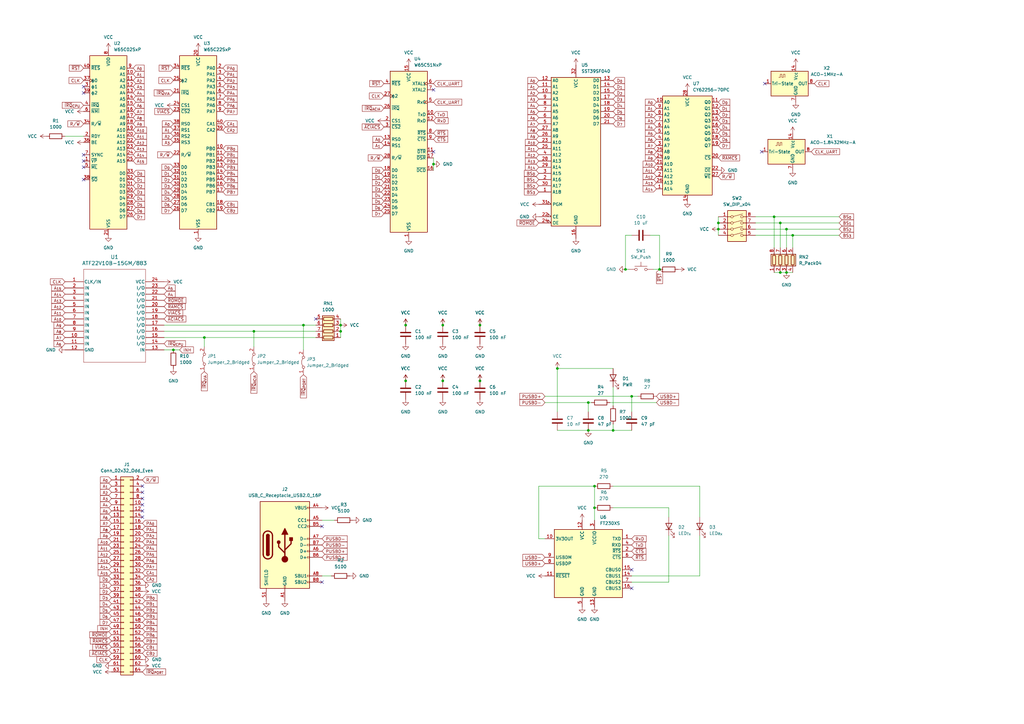
<source format=kicad_sch>
(kicad_sch (version 20230121) (generator eeschema)
  (paper "A3")
  (junction (at 104.14 135.89))
  (junction (at 320.04 111.76))
  (junction (at 139.7 133.35))
  (junction (at 241.3 165.1))
  (junction (at 294.64 91.44))
  (junction (at 317.5 88.9))
  (junction (at 71.12 143.51))
  (junction (at 251.46 176.53))
  (junction (at 196.85 156.21))
  (junction (at 196.85 133.35))
  (junction (at 228.6 151.13))
  (junction (at 294.64 93.98))
  (junction (at 177.8 67.31))
  (junction (at 322.58 93.98))
  (junction (at 124.46 133.35))
  (junction (at 320.04 91.44))
  (junction (at 139.7 135.89))
  (junction (at 270.51 110.49))
  (junction (at 241.3 176.53))
  (junction (at 322.58 111.76))
  (junction (at 243.84 208.28))
  (junction (at 166.37 156.21))
  (junction (at 181.61 156.21))
  (junction (at 83.82 138.43))
  (junction (at 256.54 110.49))
  (junction (at 243.84 199.39))
  (junction (at 166.37 133.35))
  (junction (at 259.08 162.56))
  (junction (at 325.12 96.52))
  (junction (at 181.61 133.35))
  (no_connect (at 58.42 212.09))
  (no_connect (at 129.54 130.81))
  (no_connect (at 132.08 238.76))
  (no_connect (at 34.29 68.58))
  (no_connect (at 259.08 233.68))
  (no_connect (at 259.08 241.3))
  (no_connect (at 58.42 204.47))
  (no_connect (at 177.8 62.23))
  (no_connect (at 313.69 34.29))
  (no_connect (at 58.42 199.39))
  (no_connect (at 34.29 35.56))
  (no_connect (at 58.42 207.01))
  (no_connect (at 312.42 62.23))
  (no_connect (at 58.42 209.55))
  (no_connect (at 177.8 36.83))
  (no_connect (at 58.42 201.93))
  (no_connect (at 34.29 73.66))
  (no_connect (at 34.29 38.1))
  (no_connect (at 34.29 63.5))
  (no_connect (at 132.08 215.9))
  (no_connect (at 34.29 66.04))
  (wire (pts (xy 322.58 93.98) (xy 344.17 93.98)))
  (wire (pts (xy 287.02 236.22) (xy 259.08 236.22)))
  (wire (pts (xy 294.64 93.98) (xy 294.64 96.52)))
  (wire (pts (xy 256.54 110.49) (xy 256.54 96.52)))
  (wire (pts (xy 317.5 111.76) (xy 320.04 111.76)))
  (wire (pts (xy 104.14 135.89) (xy 129.54 135.89)))
  (wire (pts (xy 228.6 176.53) (xy 241.3 176.53)))
  (wire (pts (xy 274.32 212.09) (xy 274.32 208.28)))
  (wire (pts (xy 322.58 93.98) (xy 322.58 101.6)))
  (wire (pts (xy 223.52 162.56) (xy 259.08 162.56)))
  (wire (pts (xy 259.08 162.56) (xy 259.08 168.91)))
  (wire (pts (xy 220.98 199.39) (xy 220.98 220.98)))
  (wire (pts (xy 259.08 162.56) (xy 261.62 162.56)))
  (wire (pts (xy 274.32 219.71) (xy 274.32 238.76)))
  (wire (pts (xy 317.5 88.9) (xy 344.17 88.9)))
  (wire (pts (xy 71.12 143.51) (xy 73.66 143.51)))
  (wire (pts (xy 251.46 176.53) (xy 259.08 176.53)))
  (wire (pts (xy 257.81 110.49) (xy 256.54 110.49)))
  (wire (pts (xy 241.3 165.1) (xy 242.57 165.1)))
  (wire (pts (xy 243.84 208.28) (xy 243.84 199.39)))
  (wire (pts (xy 320.04 91.44) (xy 344.17 91.44)))
  (wire (pts (xy 67.31 133.35) (xy 124.46 133.35)))
  (wire (pts (xy 67.31 138.43) (xy 83.82 138.43)))
  (wire (pts (xy 124.46 133.35) (xy 124.46 143.51)))
  (wire (pts (xy 317.5 88.9) (xy 317.5 101.6)))
  (wire (pts (xy 270.51 96.52) (xy 270.51 110.49)))
  (wire (pts (xy 67.31 135.89) (xy 104.14 135.89)))
  (wire (pts (xy 294.64 91.44) (xy 294.64 93.98)))
  (wire (pts (xy 228.6 151.13) (xy 228.6 168.91)))
  (wire (pts (xy 124.46 133.35) (xy 129.54 133.35)))
  (wire (pts (xy 294.64 88.9) (xy 294.64 91.44)))
  (wire (pts (xy 139.7 135.89) (xy 139.7 138.43)))
  (wire (pts (xy 320.04 91.44) (xy 320.04 101.6)))
  (wire (pts (xy 241.3 165.1) (xy 241.3 168.91)))
  (wire (pts (xy 251.46 199.39) (xy 287.02 199.39)))
  (wire (pts (xy 251.46 173.99) (xy 251.46 176.53)))
  (wire (pts (xy 67.31 143.51) (xy 71.12 143.51)))
  (wire (pts (xy 256.54 96.52) (xy 259.08 96.52)))
  (wire (pts (xy 309.88 88.9) (xy 317.5 88.9)))
  (wire (pts (xy 266.7 96.52) (xy 270.51 96.52)))
  (wire (pts (xy 309.88 96.52) (xy 325.12 96.52)))
  (wire (pts (xy 26.67 55.88) (xy 34.29 55.88)))
  (wire (pts (xy 228.6 151.13) (xy 251.46 151.13)))
  (wire (pts (xy 274.32 238.76) (xy 259.08 238.76)))
  (wire (pts (xy 287.02 199.39) (xy 287.02 212.09)))
  (wire (pts (xy 83.82 138.43) (xy 83.82 142.24)))
  (wire (pts (xy 139.7 133.35) (xy 139.7 135.89)))
  (wire (pts (xy 325.12 96.52) (xy 344.17 96.52)))
  (wire (pts (xy 241.3 176.53) (xy 251.46 176.53)))
  (wire (pts (xy 139.7 130.81) (xy 139.7 133.35)))
  (wire (pts (xy 250.19 165.1) (xy 269.24 165.1)))
  (wire (pts (xy 104.14 135.89) (xy 104.14 142.24)))
  (wire (pts (xy 243.84 213.36) (xy 243.84 208.28)))
  (wire (pts (xy 325.12 96.52) (xy 325.12 101.6)))
  (wire (pts (xy 287.02 219.71) (xy 287.02 236.22)))
  (wire (pts (xy 270.51 110.49) (xy 267.97 110.49)))
  (wire (pts (xy 132.08 236.22) (xy 135.89 236.22)))
  (wire (pts (xy 243.84 199.39) (xy 220.98 199.39)))
  (wire (pts (xy 220.98 220.98) (xy 223.52 220.98)))
  (wire (pts (xy 274.32 208.28) (xy 251.46 208.28)))
  (wire (pts (xy 251.46 158.75) (xy 251.46 166.37)))
  (wire (pts (xy 322.58 111.76) (xy 325.12 111.76)))
  (wire (pts (xy 320.04 111.76) (xy 322.58 111.76)))
  (wire (pts (xy 309.88 91.44) (xy 320.04 91.44)))
  (wire (pts (xy 83.82 138.43) (xy 129.54 138.43)))
  (wire (pts (xy 177.8 67.31) (xy 177.8 69.85)))
  (wire (pts (xy 223.52 165.1) (xy 241.3 165.1)))
  (wire (pts (xy 132.08 213.36) (xy 137.16 213.36)))
  (wire (pts (xy 177.8 64.77) (xy 177.8 67.31)))
  (wire (pts (xy 309.88 93.98) (xy 322.58 93.98)))
  (global_label "CLK" (shape input) (at 334.01 34.29 0) (property "Intersheetrefs" "${INTERSHEET_REFS}" (effects hide)))
  (global_label "D_{1}" (shape input) (at 157.48 72.39 180) (property "Intersheetrefs" "${INTERSHEET_REFS}" (effects hide)))
  (global_label "PA_{6}" (shape input) (at 91.44 43.18 0) (property "Intersheetrefs" "${INTERSHEET_REFS}" (effects hide)))
  (global_label "CB_{2}" (shape input) (at 91.44 86.36 0) (property "Intersheetrefs" "${INTERSHEET_REFS}" (effects hide)))
  (global_label "A_{13}" (shape input) (at 54.61 60.96 0) (property "Intersheetrefs" "${INTERSHEET_REFS}" (effects hide)))
  (global_label "D_{7}" (shape input) (at 157.48 87.63 180) (property "Intersheetrefs" "${INTERSHEET_REFS}" (effects hide)))
  (global_label "A_{13}" (shape input) (at 26.67 123.19 180) (property "Intersheetrefs" "${INTERSHEET_REFS}" (effects hide)))
  (global_label "A_{1}" (shape input) (at 54.61 30.48 0) (property "Intersheetrefs" "${INTERSHEET_REFS}" (effects hide)))
  (global_label "A_{4}" (shape input) (at 269.24 52.07 180) (property "Intersheetrefs" "${INTERSHEET_REFS}" (effects hide)))
  (global_label "A_{13}" (shape input) (at 220.98 66.04 180) (property "Intersheetrefs" "${INTERSHEET_REFS}" (effects hide)))
  (global_label "PA_{7}" (shape input) (at 58.42 232.41 0) (property "Intersheetrefs" "${INTERSHEET_REFS}" (effects hide)))
  (global_label "A_{11}" (shape input) (at 220.98 60.96 180) (property "Intersheetrefs" "${INTERSHEET_REFS}" (effects hide)))
  (global_label "D_{2}" (shape input) (at 45.72 242.57 180) (property "Intersheetrefs" "${INTERSHEET_REFS}" (effects hide)))
  (global_label "PB_{0}" (shape input) (at 91.44 60.96 0) (property "Intersheetrefs" "${INTERSHEET_REFS}" (effects hide)))
  (global_label "PB_{7}" (shape input) (at 91.44 78.74 0) (property "Intersheetrefs" "${INTERSHEET_REFS}" (effects hide)))
  (global_label "D_{7}" (shape input) (at 54.61 88.9 0) (property "Intersheetrefs" "${INTERSHEET_REFS}" (effects hide)))
  (global_label "A_{1}" (shape input) (at 269.24 44.45 180) (property "Intersheetrefs" "${INTERSHEET_REFS}" (effects hide)))
  (global_label "PA_{6}" (shape input) (at 58.42 229.87 0) (property "Intersheetrefs" "${INTERSHEET_REFS}" (effects hide)))
  (global_label "A_{5}" (shape input) (at 269.24 54.61 180) (property "Intersheetrefs" "${INTERSHEET_REFS}" (effects hide)))
  (global_label "~{RST}" (shape input) (at 270.51 110.49 270) (property "Intersheetrefs" "${INTERSHEET_REFS}" (effects hide)))
  (global_label "PUSBD+" (shape input) (at 223.52 162.56 180) (property "Intersheetrefs" "${INTERSHEET_REFS}" (effects hide)))
  (global_label "A_{1}" (shape input) (at 45.72 199.39 180) (property "Intersheetrefs" "${INTERSHEET_REFS}" (effects hide)))
  (global_label "D_{6}" (shape input) (at 251.46 48.26 0) (property "Intersheetrefs" "${INTERSHEET_REFS}" (effects hide)))
  (global_label "A_{11}" (shape input) (at 45.72 224.79 180) (property "Intersheetrefs" "${INTERSHEET_REFS}" (effects hide)))
  (global_label "PB_{0}" (shape input) (at 58.42 245.11 0) (property "Intersheetrefs" "${INTERSHEET_REFS}" (effects hide)))
  (global_label "D_{3}" (shape input) (at 71.12 76.2 180) (property "Intersheetrefs" "${INTERSHEET_REFS}" (effects hide)))
  (global_label "~{RAMCS}" (shape input) (at 67.31 125.73 0) (property "Intersheetrefs" "${INTERSHEET_REFS}" (effects hide)))
  (global_label "D_{0}" (shape input) (at 45.72 237.49 180) (property "Intersheetrefs" "${INTERSHEET_REFS}" (effects hide)))
  (global_label "A_{7}" (shape input) (at 54.61 45.72 0) (property "Intersheetrefs" "${INTERSHEET_REFS}" (effects hide)))
  (global_label "CLK" (shape input) (at 26.67 115.57 180) (property "Intersheetrefs" "${INTERSHEET_REFS}" (effects hide)))
  (global_label "D_{0}" (shape input) (at 251.46 33.02 0) (property "Intersheetrefs" "${INTERSHEET_REFS}" (effects hide)))
  (global_label "A_{15}" (shape input) (at 45.72 234.95 180) (property "Intersheetrefs" "${INTERSHEET_REFS}" (effects hide)))
  (global_label "CA_{1}" (shape input) (at 58.42 234.95 0) (property "Intersheetrefs" "${INTERSHEET_REFS}" (effects hide)))
  (global_label "D_{3}" (shape input) (at 45.72 245.11 180) (property "Intersheetrefs" "${INTERSHEET_REFS}" (effects hide)))
  (global_label "D_{5}" (shape input) (at 45.72 250.19 180) (property "Intersheetrefs" "${INTERSHEET_REFS}" (effects hide)))
  (global_label "D_{2}" (shape input) (at 251.46 38.1 0) (property "Intersheetrefs" "${INTERSHEET_REFS}" (effects hide)))
  (global_label "R{slash}~{W}" (shape input) (at 58.42 196.85 0) (property "Intersheetrefs" "${INTERSHEET_REFS}" (effects hide)))
  (global_label "A_{14}" (shape input) (at 220.98 68.58 180) (property "Intersheetrefs" "${INTERSHEET_REFS}" (effects hide)))
  (global_label "~{ROMOE}" (shape input) (at 67.31 123.19 0) (property "Intersheetrefs" "${INTERSHEET_REFS}" (effects hide)))
  (global_label "A_{14}" (shape input) (at 269.24 77.47 180) (property "Intersheetrefs" "${INTERSHEET_REFS}" (effects hide)))
  (global_label "D_{5}" (shape input) (at 157.48 82.55 180) (property "Intersheetrefs" "${INTERSHEET_REFS}" (effects hide)))
  (global_label "CA_{2}" (shape input) (at 91.44 53.34 0) (property "Intersheetrefs" "${INTERSHEET_REFS}" (effects hide)))
  (global_label "~{IRQ}_{PORT}" (shape input) (at 58.42 275.59 0) (property "Intersheetrefs" "${INTERSHEET_REFS}" (effects hide)))
  (global_label "D_{3}" (shape input) (at 157.48 77.47 180) (property "Intersheetrefs" "${INTERSHEET_REFS}" (effects hide)))
  (global_label "~{RST}" (shape input) (at 71.12 27.94 180) (property "Intersheetrefs" "${INTERSHEET_REFS}" (effects hide)))
  (global_label "A_{6}" (shape input) (at 26.67 140.97 180) (property "Intersheetrefs" "${INTERSHEET_REFS}" (effects hide)))
  (global_label "A_{5}" (shape input) (at 54.61 40.64 0) (property "Intersheetrefs" "${INTERSHEET_REFS}" (effects hide)))
  (global_label "D_{3}" (shape input) (at 251.46 40.64 0) (property "Intersheetrefs" "${INTERSHEET_REFS}" (effects hide)))
  (global_label "A_{9}" (shape input) (at 26.67 133.35 180) (property "Intersheetrefs" "${INTERSHEET_REFS}" (effects hide)))
  (global_label "~{IRQ}_{ACIA}" (shape input) (at 104.14 152.4 270) (property "Intersheetrefs" "${INTERSHEET_REFS}" (effects hide)))
  (global_label "~{VIACS}" (shape input) (at 67.31 128.27 0) (property "Intersheetrefs" "${INTERSHEET_REFS}" (effects hide)))
  (global_label "PB_{1}" (shape input) (at 91.44 63.5 0) (property "Intersheetrefs" "${INTERSHEET_REFS}" (effects hide)))
  (global_label "~{IRQ}_{CPU}" (shape input) (at 67.31 140.97 0) (property "Intersheetrefs" "${INTERSHEET_REFS}" (effects hide)))
  (global_label "A_{12}" (shape input) (at 269.24 72.39 180) (property "Intersheetrefs" "${INTERSHEET_REFS}" (effects hide)))
  (global_label "~{VIACS}" (shape input) (at 45.72 265.43 180) (property "Intersheetrefs" "${INTERSHEET_REFS}" (effects hide)))
  (global_label "~{RTS}" (shape input) (at 177.8 54.61 0) (property "Intersheetrefs" "${INTERSHEET_REFS}" (effects hide)))
  (global_label "PA_{7}" (shape input) (at 91.44 45.72 0) (property "Intersheetrefs" "${INTERSHEET_REFS}" (effects hide)))
  (global_label "D_{0}" (shape input) (at 157.48 69.85 180) (property "Intersheetrefs" "${INTERSHEET_REFS}" (effects hide)))
  (global_label "BS_{0}" (shape input) (at 220.98 71.12 180) (property "Intersheetrefs" "${INTERSHEET_REFS}" (effects hide)))
  (global_label "D_{4}" (shape input) (at 54.61 81.28 0) (property "Intersheetrefs" "${INTERSHEET_REFS}" (effects hide)))
  (global_label "D_{1}" (shape input) (at 294.64 44.45 0) (property "Intersheetrefs" "${INTERSHEET_REFS}" (effects hide)))
  (global_label "INH" (shape input) (at 45.72 257.81 180) (property "Intersheetrefs" "${INTERSHEET_REFS}" (effects hide)))
  (global_label "PA_{4}" (shape input) (at 91.44 38.1 0) (property "Intersheetrefs" "${INTERSHEET_REFS}" (effects hide)))
  (global_label "A_{6}" (shape input) (at 269.24 57.15 180) (property "Intersheetrefs" "${INTERSHEET_REFS}" (effects hide)))
  (global_label "USBD+" (shape input) (at 223.52 231.14 180) (property "Intersheetrefs" "${INTERSHEET_REFS}" (effects hide)))
  (global_label "TxD" (shape input) (at 259.08 223.52 0) (property "Intersheetrefs" "${INTERSHEET_REFS}" (effects hide)))
  (global_label "A_{5}" (shape input) (at 67.31 118.11 0) (property "Intersheetrefs" "${INTERSHEET_REFS}" (effects hide)))
  (global_label "~{IRQ}_{VIA}" (shape input) (at 83.82 152.4 270) (property "Intersheetrefs" "${INTERSHEET_REFS}" (effects hide)))
  (global_label "PB_{4}" (shape input) (at 91.44 71.12 0) (property "Intersheetrefs" "${INTERSHEET_REFS}" (effects hide)))
  (global_label "CB_{1}" (shape input) (at 91.44 83.82 0) (property "Intersheetrefs" "${INTERSHEET_REFS}" (effects hide)))
  (global_label "A_{3}" (shape input) (at 269.24 49.53 180) (property "Intersheetrefs" "${INTERSHEET_REFS}" (effects hide)))
  (global_label "A_{3}" (shape input) (at 45.72 204.47 180) (property "Intersheetrefs" "${INTERSHEET_REFS}" (effects hide)))
  (global_label "D_{5}" (shape input) (at 294.64 54.61 0) (property "Intersheetrefs" "${INTERSHEET_REFS}" (effects hide)))
  (global_label "A_{7}" (shape input) (at 220.98 50.8 180) (property "Intersheetrefs" "${INTERSHEET_REFS}" (effects hide)))
  (global_label "D_{6}" (shape input) (at 45.72 252.73 180) (property "Intersheetrefs" "${INTERSHEET_REFS}" (effects hide)))
  (global_label "PA_{0}" (shape input) (at 58.42 214.63 0) (property "Intersheetrefs" "${INTERSHEET_REFS}" (effects hide)))
  (global_label "A_{7}" (shape input) (at 26.67 138.43 180) (property "Intersheetrefs" "${INTERSHEET_REFS}" (effects hide)))
  (global_label "PB_{5}" (shape input) (at 91.44 73.66 0) (property "Intersheetrefs" "${INTERSHEET_REFS}" (effects hide)))
  (global_label "A_{4}" (shape input) (at 54.61 38.1 0) (property "Intersheetrefs" "${INTERSHEET_REFS}" (effects hide)))
  (global_label "A_{6}" (shape input) (at 220.98 48.26 180) (property "Intersheetrefs" "${INTERSHEET_REFS}" (effects hide)))
  (global_label "RxD" (shape input) (at 259.08 220.98 0) (property "Intersheetrefs" "${INTERSHEET_REFS}" (effects hide)))
  (global_label "A_{2}" (shape input) (at 45.72 201.93 180) (property "Intersheetrefs" "${INTERSHEET_REFS}" (effects hide)))
  (global_label "D_{5}" (shape input) (at 71.12 81.28 180) (property "Intersheetrefs" "${INTERSHEET_REFS}" (effects hide)))
  (global_label "R{slash}~{W}" (shape input) (at 157.48 64.77 180) (property "Intersheetrefs" "${INTERSHEET_REFS}" (effects hide)))
  (global_label "A_{10}" (shape input) (at 269.24 67.31 180) (property "Intersheetrefs" "${INTERSHEET_REFS}" (effects hide)))
  (global_label "A_{15}" (shape input) (at 26.67 118.11 180) (property "Intersheetrefs" "${INTERSHEET_REFS}" (effects hide)))
  (global_label "A_{0}" (shape input) (at 220.98 33.02 180) (property "Intersheetrefs" "${INTERSHEET_REFS}" (effects hide)))
  (global_label "~{VIACS}" (shape input) (at 71.12 45.72 180) (property "Intersheetrefs" "${INTERSHEET_REFS}" (effects hide)))
  (global_label "A_{0}" (shape input) (at 157.48 57.15 180) (property "Intersheetrefs" "${INTERSHEET_REFS}" (effects hide)))
  (global_label "CLK_UART" (shape input) (at 177.8 41.91 0) (property "Intersheetrefs" "${INTERSHEET_REFS}" (effects hide)))
  (global_label "PA_{0}" (shape input) (at 91.44 27.94 0) (property "Intersheetrefs" "${INTERSHEET_REFS}" (effects hide)))
  (global_label "A_{13}" (shape input) (at 45.72 229.87 180) (property "Intersheetrefs" "${INTERSHEET_REFS}" (effects hide)))
  (global_label "D_{7}" (shape input) (at 71.12 86.36 180) (property "Intersheetrefs" "${INTERSHEET_REFS}" (effects hide)))
  (global_label "D_{4}" (shape input) (at 71.12 78.74 180) (property "Intersheetrefs" "${INTERSHEET_REFS}" (effects hide)))
  (global_label "BS_{1}" (shape input) (at 220.98 73.66 180) (property "Intersheetrefs" "${INTERSHEET_REFS}" (effects hide)))
  (global_label "CA_{1}" (shape input) (at 91.44 50.8 0) (property "Intersheetrefs" "${INTERSHEET_REFS}" (effects hide)))
  (global_label "PB_{6}" (shape input) (at 91.44 76.2 0) (property "Intersheetrefs" "${INTERSHEET_REFS}" (effects hide)))
  (global_label "~{IRQ}_{PORT}" (shape input) (at 124.46 153.67 270) (property "Intersheetrefs" "${INTERSHEET_REFS}" (effects hide)))
  (global_label "A_{8}" (shape input) (at 220.98 53.34 180) (property "Intersheetrefs" "${INTERSHEET_REFS}" (effects hide)))
  (global_label "A_{8}" (shape input) (at 269.24 62.23 180) (property "Intersheetrefs" "${INTERSHEET_REFS}" (effects hide)))
  (global_label "A_{1}" (shape input) (at 71.12 53.34 180) (property "Intersheetrefs" "${INTERSHEET_REFS}" (effects hide)))
  (global_label "D_{1}" (shape input) (at 54.61 73.66 0) (property "Intersheetrefs" "${INTERSHEET_REFS}" (effects hide)))
  (global_label "BS_{3}" (shape input) (at 344.17 96.52 0) (property "Intersheetrefs" "${INTERSHEET_REFS}" (effects hide)))
  (global_label "PUSBD+" (shape input) (at 132.08 228.6 0) (property "Intersheetrefs" "${INTERSHEET_REFS}" (effects hide)))
  (global_label "A_{10}" (shape input) (at 220.98 58.42 180) (property "Intersheetrefs" "${INTERSHEET_REFS}" (effects hide)))
  (global_label "D_{4}" (shape input) (at 294.64 52.07 0) (property "Intersheetrefs" "${INTERSHEET_REFS}" (effects hide)))
  (global_label "D_{0}" (shape input) (at 71.12 68.58 180) (property "Intersheetrefs" "${INTERSHEET_REFS}" (effects hide)))
  (global_label "A_{9}" (shape input) (at 45.72 219.71 180) (property "Intersheetrefs" "${INTERSHEET_REFS}" (effects hide)))
  (global_label "~{ACIACS}" (shape input) (at 45.72 267.97 180) (property "Intersheetrefs" "${INTERSHEET_REFS}" (effects hide)))
  (global_label "BS_{0}" (shape input) (at 344.17 88.9 0) (property "Intersheetrefs" "${INTERSHEET_REFS}" (effects hide)))
  (global_label "A_{1}" (shape input) (at 220.98 35.56 180) (property "Intersheetrefs" "${INTERSHEET_REFS}" (effects hide)))
  (global_label "A_{12}" (shape input) (at 45.72 227.33 180) (property "Intersheetrefs" "${INTERSHEET_REFS}" (effects hide)))
  (global_label "A_{10}" (shape input) (at 54.61 53.34 0) (property "Intersheetrefs" "${INTERSHEET_REFS}" (effects hide)))
  (global_label "PA_{3}" (shape input) (at 91.44 35.56 0) (property "Intersheetrefs" "${INTERSHEET_REFS}" (effects hide)))
  (global_label "PA_{2}" (shape input) (at 91.44 33.02 0) (property "Intersheetrefs" "${INTERSHEET_REFS}" (effects hide)))
  (global_label "D_{4}" (shape input) (at 45.72 247.65 180) (property "Intersheetrefs" "${INTERSHEET_REFS}" (effects hide)))
  (global_label "A_{13}" (shape input) (at 269.24 74.93 180) (property "Intersheetrefs" "${INTERSHEET_REFS}" (effects hide)))
  (global_label "A_{11}" (shape input) (at 54.61 55.88 0) (property "Intersheetrefs" "${INTERSHEET_REFS}" (effects hide)))
  (global_label "PA_{1}" (shape input) (at 58.42 217.17 0) (property "Intersheetrefs" "${INTERSHEET_REFS}" (effects hide)))
  (global_label "CB_{1}" (shape input) (at 58.42 265.43 0) (property "Intersheetrefs" "${INTERSHEET_REFS}" (effects hide)))
  (global_label "~{CTS}" (shape input) (at 177.8 57.15 0) (property "Intersheetrefs" "${INTERSHEET_REFS}" (effects hide)))
  (global_label "PA_{2}" (shape input) (at 58.42 219.71 0) (property "Intersheetrefs" "${INTERSHEET_REFS}" (effects hide)))
  (global_label "~{IRQ}_{ACIA}" (shape input) (at 157.48 44.45 180) (property "Intersheetrefs" "${INTERSHEET_REFS}" (effects hide)))
  (global_label "PA_{1}" (shape input) (at 91.44 30.48 0) (property "Intersheetrefs" "${INTERSHEET_REFS}" (effects hide)))
  (global_label "A_{4}" (shape input) (at 67.31 120.65 0) (property "Intersheetrefs" "${INTERSHEET_REFS}" (effects hide)))
  (global_label "CB_{2}" (shape input) (at 58.42 267.97 0) (property "Intersheetrefs" "${INTERSHEET_REFS}" (effects hide)))
  (global_label "PB_{1}" (shape input) (at 58.42 247.65 0) (property "Intersheetrefs" "${INTERSHEET_REFS}" (effects hide)))
  (global_label "PA_{5}" (shape input) (at 58.42 227.33 0) (property "Intersheetrefs" "${INTERSHEET_REFS}" (effects hide)))
  (global_label "PUSBD-" (shape input) (at 132.08 220.98 0) (property "Intersheetrefs" "${INTERSHEET_REFS}" (effects hide)))
  (global_label "CLK" (shape input) (at 34.29 33.02 180) (property "Intersheetrefs" "${INTERSHEET_REFS}" (effects hide)))
  (global_label "A_{2}" (shape input) (at 269.24 46.99 180) (property "Intersheetrefs" "${INTERSHEET_REFS}" (effects hide)))
  (global_label "A_{6}" (shape input) (at 54.61 43.18 0) (property "Intersheetrefs" "${INTERSHEET_REFS}" (effects hide)))
  (global_label "~{ACIACS}" (shape input) (at 67.31 130.81 0) (property "Intersheetrefs" "${INTERSHEET_REFS}" (effects hide)))
  (global_label "~{IRQ}_{VIA}" (shape input) (at 71.12 38.1 180) (property "Intersheetrefs" "${INTERSHEET_REFS}" (effects hide)))
  (global_label "A_{6}" (shape input) (at 45.72 212.09 180) (property "Intersheetrefs" "${INTERSHEET_REFS}" (effects hide)))
  (global_label "A_{5}" (shape input) (at 220.98 45.72 180) (property "Intersheetrefs" "${INTERSHEET_REFS}" (effects hide)))
  (global_label "A_{11}" (shape input) (at 269.24 69.85 180) (property "Intersheetrefs" "${INTERSHEET_REFS}" (effects hide)))
  (global_label "A_{14}" (shape input) (at 54.61 63.5 0) (property "Intersheetrefs" "${INTERSHEET_REFS}" (effects hide)))
  (global_label "PB_{6}" (shape input) (at 58.42 260.35 0) (property "Intersheetrefs" "${INTERSHEET_REFS}" (effects hide)))
  (global_label "D_{5}" (shape input) (at 54.61 83.82 0) (property "Intersheetrefs" "${INTERSHEET_REFS}" (effects hide)))
  (global_label "A_{11}" (shape input) (at 26.67 128.27 180) (property "Intersheetrefs" "${INTERSHEET_REFS}" (effects hide)))
  (global_label "A_{2}" (shape input) (at 71.12 55.88 180) (property "Intersheetrefs" "${INTERSHEET_REFS}" (effects hide)))
  (global_label "A_{0}" (shape input) (at 269.24 41.91 180) (property "Intersheetrefs" "${INTERSHEET_REFS}" (effects hide)))
  (global_label "A_{3}" (shape input) (at 54.61 35.56 0) (property "Intersheetrefs" "${INTERSHEET_REFS}" (effects hide)))
  (global_label "PA_{5}" (shape input) (at 91.44 40.64 0) (property "Intersheetrefs" "${INTERSHEET_REFS}" (effects hide)))
  (global_label "~{ROMOE}" (shape input) (at 220.98 91.44 180) (property "Intersheetrefs" "${INTERSHEET_REFS}" (effects hide)))
  (global_label "PB_{3}" (shape input) (at 58.42 252.73 0) (property "Intersheetrefs" "${INTERSHEET_REFS}" (effects hide)))
  (global_label "D_{0}" (shape input) (at 54.61 71.12 0) (property "Intersheetrefs" "${INTERSHEET_REFS}" (effects hide)))
  (global_label "USBD-" (shape input) (at 269.24 165.1 0) (property "Intersheetrefs" "${INTERSHEET_REFS}" (effects hide)))
  (global_label "D_{2}" (shape input) (at 54.61 76.2 0) (property "Intersheetrefs" "${INTERSHEET_REFS}" (effects hide)))
  (global_label "D_{7}" (shape input) (at 45.72 255.27 180) (property "Intersheetrefs" "${INTERSHEET_REFS}" (effects hide)))
  (global_label "A_{8}" (shape input) (at 45.72 217.17 180) (property "Intersheetrefs" "${INTERSHEET_REFS}" (effects hide)))
  (global_label "A_{15}" (shape input) (at 54.61 66.04 0) (property "Intersheetrefs" "${INTERSHEET_REFS}" (effects hide)))
  (global_label "RxD" (shape input) (at 177.8 49.53 0) (property "Intersheetrefs" "${INTERSHEET_REFS}" (effects hide)))
  (global_label "D_{0}" (shape input) (at 294.64 41.91 0) (property "Intersheetrefs" "${INTERSHEET_REFS}" (effects hide)))
  (global_label "D_{6}" (shape input) (at 71.12 83.82 180) (property "Intersheetrefs" "${INTERSHEET_REFS}" (effects hide)))
  (global_label "~{RAMCS}" (shape input) (at 294.64 64.77 0) (property "Intersheetrefs" "${INTERSHEET_REFS}" (effects hide)))
  (global_label "CLK_UART" (shape input) (at 332.74 62.23 0) (property "Intersheetrefs" "${INTERSHEET_REFS}" (effects hide)))
  (global_label "D_{3}" (shape input) (at 294.64 49.53 0) (property "Intersheetrefs" "${INTERSHEET_REFS}" (effects hide)))
  (global_label "PUSBD+" (shape input) (at 132.08 226.06 0) (property "Intersheetrefs" "${INTERSHEET_REFS}" (effects hide)))
  (global_label "PUSBD-" (shape input) (at 132.08 223.52 0) (property "Intersheetrefs" "${INTERSHEET_REFS}" (effects hide)))
  (global_label "USBD+" (shape input) (at 269.24 162.56 0) (property "Intersheetrefs" "${INTERSHEET_REFS}" (effects hide)))
  (global_label "~{RST}" (shape input) (at 157.48 34.29 180) (property "Intersheetrefs" "${INTERSHEET_REFS}" (effects hide)))
  (global_label "A_{8}" (shape input) (at 54.61 48.26 0) (property "Intersheetrefs" "${INTERSHEET_REFS}" (effects hide)))
  (global_label "A_{9}" (shape input) (at 269.24 64.77 180) (property "Intersheetrefs" "${INTERSHEET_REFS}" (effects hide)))
  (global_label "A_{5}" (shape input) (at 45.72 209.55 180) (property "Intersheetrefs" "${INTERSHEET_REFS}" (effects hide)))
  (global_label "D_{2}" (shape input) (at 294.64 46.99 0) (property "Intersheetrefs" "${INTERSHEET_REFS}" (effects hide)))
  (global_label "BS_{1}" (shape input) (at 344.17 91.44 0) (property "Intersheetrefs" "${INTERSHEET_REFS}" (effects hide)))
  (global_label "A_{2}" (shape input) (at 54.61 33.02 0) (property "Intersheetrefs" "${INTERSHEET_REFS}" (effects hide)))
  (global_label "A_{0}" (shape input) (at 45.72 196.85 180) (property "Intersheetrefs" "${INTERSHEET_REFS}" (effects hide)))
  (global_label "A_{7}" (shape input) (at 45.72 214.63 180) (property "Intersheetrefs" "${INTERSHEET_REFS}" (effects hide)))
  (global_label "R{slash}~{W}" (shape input) (at 71.12 63.5 180) (property "Intersheetrefs" "${INTERSHEET_REFS}" (effects hide)))
  (global_label "A_{4}" (shape input) (at 45.72 207.01 180) (property "Intersheetrefs" "${INTERSHEET_REFS}" (effects hide)))
  (global_label "CLK" (shape input) (at 45.72 270.51 180) (property "Intersheetrefs" "${INTERSHEET_REFS}" (effects hide)))
  (global_label "A_{3}" (shape input) (at 220.98 40.64 180) (property "Intersheetrefs" "${INTERSHEET_REFS}" (effects hide)))
  (global_label "D_{2}" (shape input) (at 157.48 74.93 180) (property "Intersheetrefs" "${INTERSHEET_REFS}" (effects hide)))
  (global_label "D_{3}" (shape input) (at 54.61 78.74 0) (property "Intersheetrefs" "${INTERSHEET_REFS}" (effects hide)))
  (global_label "PB_{4}" (shape input) (at 58.42 255.27 0) (property "Intersheetrefs" "${INTERSHEET_REFS}" (effects hide)))
  (global_label "A_{0}" (shape input) (at 71.12 50.8 180) (property "Intersheetrefs" "${INTERSHEET_REFS}" (effects hide)))
  (global_label "D_{2}" (shape input) (at 71.12 73.66 180) (property "Intersheetrefs" "${INTERSHEET_REFS}" (effects hide)))
  (global_label "PA_{3}" (shape input) (at 58.42 222.25 0) (property "Intersheetrefs" "${INTERSHEET_REFS}" (effects hide)))
  (global_label "D_{4}" (shape input) (at 157.48 80.01 180) (property "Intersheetrefs" "${INTERSHEET_REFS}" (effects hide)))
  (global_label "A_{9}" (shape input) (at 220.98 55.88 180) (property "Intersheetrefs" "${INTERSHEET_REFS}" (effects hide)))
  (global_label "A_{14}" (shape input) (at 26.67 120.65 180) (property "Intersheetrefs" "${INTERSHEET_REFS}" (effects hide)))
  (global_label "A_{14}" (shape input) (at 45.72 232.41 180) (property "Intersheetrefs" "${INTERSHEET_REFS}" (effects hide)))
  (global_label "A_{12}" (shape input) (at 54.61 58.42 0) (property "Intersheetrefs" "${INTERSHEET_REFS}" (effects hide)))
  (global_label "D_{1}" (shape input) (at 45.72 240.03 180) (property "Intersheetrefs" "${INTERSHEET_REFS}" (effects hide)))
  (global_label "CLK" (shape input) (at 157.48 39.37 180) (property "Intersheetrefs" "${INTERSHEET_REFS}" (effects hide)))
  (global_label "~{RST}" (shape input) (at 34.29 27.94 180) (property "Intersheetrefs" "${INTERSHEET_REFS}" (effects hide)))
  (global_label "TxD" (shape input) (at 177.8 46.99 0) (property "Intersheetrefs" "${INTERSHEET_REFS}" (effects hide)))
  (global_label "BS_{2}" (shape input) (at 220.98 76.2 180) (property "Intersheetrefs" "${INTERSHEET_REFS}" (effects hide)))
  (global_label "~{RAMCS}" (shape input) (at 45.72 262.89 180) (property "Intersheetrefs" "${INTERSHEET_REFS}" (effects hide)))
  (global_label "~{ROMOE}" (shape input) (at 45.72 260.35 180) (property "Intersheetrefs" "${INTERSHEET_REFS}" (effects hide)))
  (global_label "A_{3}" (shape input) (at 71.12 58.42 180) (property "Intersheetrefs" "${INTERSHEET_REFS}" (effects hide)))
  (global_label "A_{0}" (shape input) (at 54.61 27.94 0) (property "Intersheetrefs" "${INTERSHEET_REFS}" (effects hide)))
  (global_label "D_{7}" (shape input) (at 294.64 59.69 0) (property "Intersheetrefs" "${INTERSHEET_REFS}" (effects hide)))
  (global_label "A_{12}" (shape input) (at 220.98 63.5 180) (property "Intersheetrefs" "${INTERSHEET_REFS}" (effects hide)))
  (global_label "CA_{2}" (shape input) (at 58.42 237.49 0) (property "Intersheetrefs" "${INTERSHEET_REFS}" (effects hide)))
  (global_label "D_{6}" (shape input) (at 294.64 57.15 0) (property "Intersheetrefs" "${INTERSHEET_REFS}" (effects hide)))
  (global_label "PUSBD-" (shape input) (at 223.52 165.1 180) (property "Intersheetrefs" "${INTERSHEET_REFS}" (effects hide)))
  (global_label "D_{7}" (shape input) (at 251.46 50.8 0) (property "Intersheetrefs" "${INTERSHEET_REFS}" (effects hide)))
  (global_label "CLK" (shape input) (at 71.12 33.02 180) (property "Intersheetrefs" "${INTERSHEET_REFS}" (effects hide)))
  (global_label "D_{4}" (shape input) (at 251.46 43.18 0) (property "Intersheetrefs" "${INTERSHEET_REFS}" (effects hide)))
  (global_label "~{IRQ}_{CPU}" (shape input) (at 34.29 43.18 180) (property "Intersheetrefs" "${INTERSHEET_REFS}" (effects hide)))
  (global_label "PB_{5}" (shape input) (at 58.42 257.81 0) (property "Intersheetrefs" "${INTERSHEET_REFS}" (effects hide)))
  (global_label "~{CTS}" (shape input) (at 259.08 226.06 0) (property "Intersheetrefs" "${INTERSHEET_REFS}" (effects hide)))
  (global_label "D_{5}" (shape input) (at 251.46 45.72 0) (property "Intersheetrefs" "${INTERSHEET_REFS}" (effects hide)))
  (global_label "PB_{3}" (shape input) (at 91.44 68.58 0) (property "Intersheetrefs" "${INTERSHEET_REFS}" (effects hide)))
  (global_label "INH" (shape input) (at 73.66 143.51 0) (property "Intersheetrefs" "${INTERSHEET_REFS}" (effects hide)))
  (global_label "D_{6}" (shape input) (at 54.61 86.36 0) (property "Intersheetrefs" "${INTERSHEET_REFS}" (effects hide)))
  (global_label "PB_{2}" (shape input) (at 91.44 66.04 0) (property "Intersheetrefs" "${INTERSHEET_REFS}" (effects hide)))
  (global_label "USBD-" (shape input) (at 223.52 228.6 180) (property "Intersheetrefs" "${INTERSHEET_REFS}" (effects hide)))
  (global_label "A_{10}" (shape input) (at 26.67 130.81 180) (property "Intersheetrefs" "${INTERSHEET_REFS}" (effects hide)))
  (global_label "CLK_UART" (shape input) (at 177.8 34.29 0) (property "Intersheetrefs" "${INTERSHEET_REFS}" (effects hide)))
  (global_label "A_{9}" (shape input) (at 54.61 50.8 0) (property "Intersheetrefs" "${INTERSHEET_REFS}" (effects hide)))
  (global_label "A_{12}" (shape input) (at 26.67 125.73 180) (property "Intersheetrefs" "${INTERSHEET_REFS}" (effects hide)))
  (global_label "A_{7}" (shape input) (at 269.24 59.69 180) (property "Intersheetrefs" "${INTERSHEET_REFS}" (effects hide)))
  (global_label "D_{1}" (shape input) (at 251.46 35.56 0) (property "Intersheetrefs" "${INTERSHEET_REFS}" (effects hide)))
  (global_label "BS_{2}" (shape input) (at 344.17 93.98 0) (property "Intersheetrefs" "${INTERSHEET_REFS}" (effects hide)))
  (global_label "A_{10}" (shape input) (at 45.72 222.25 180) (property "Intersheetrefs" "${INTERSHEET_REFS}" (effects hide)))
  (global_label "~{ACIACS}" (shape input) (at 157.48 52.07 180) (property "Intersheetrefs" "${INTERSHEET_REFS}" (effects hide)))
  (global_label "A_{4}" (shape input) (at 220.98 43.18 180) (property "Intersheetrefs" "${INTERSHEET_REFS}" (effects hide)))
  (global_label "D_{6}" (shape input) (at 157.48 85.09 180) (property "Intersheetrefs" "${INTERSHEET_REFS}" (effects hide)))
  (global_label "~{RTS}" (shape input) (at 259.08 228.6 0) (property "Intersheetrefs" "${INTERSHEET_REFS}" (effects hide)))
  (global_label "PA_{4}" (shape input) (at 58.42 224.79 0) (property "Intersheetrefs" "${INTERSHEET_REFS}" (effects hide)))
  (global_label "BS_{3}" (shape input) (at 220.98 78.74 180) (property "Intersheetrefs" "${INTERSHEET_REFS}" (effects hide)))
  (global_label "A_{8}" (shape input) (at 26.67 135.89 180) (property "Intersheetrefs" "${INTERSHEET_REFS}" (effects hide)))
  (global_label "A_{2}" (shape input) (at 220.98 38.1 180) (property "Intersheetrefs" "${INTERSHEET_REFS}" (effects hide)))
  (global_label "R{slash}~{W}" (shape input) (at 34.29 50.8 180) (property "Intersheetrefs" "${INTERSHEET_REFS}" (effects hide)))
  (global_label "PB_{7}" (shape input) (at 58.42 262.89 0) (property "Intersheetrefs" "${INTERSHEET_REFS}" (effects hide)))
  (global_label "R{slash}~{W}" (shape input) (at 294.64 72.39 0) (property "Intersheetrefs" "${INTERSHEET_REFS}" (effects hide)))
  (global_label "D_{1}" (shape input) (at 71.12 71.12 180) (property "Intersheetrefs" "${INTERSHEET_REFS}" (effects hide)))
  (global_label "A_{1}" (shape input) (at 157.48 59.69 180) (property "Intersheetrefs" "${INTERSHEET_REFS}" (effects hide)))
  (global_label "PB_{2}" (shape input) (at 58.42 250.19 0) (property "Intersheetrefs" "${INTERSHEET_REFS}" (effects hide)))
  (symbol (lib_id "power:VCC") (at 45.72 275.59 90) (unit 1)
    (property "Reference" "#PWR08" (effects hide))
    (property "Value" "VCC" (at 41.91 275.59 90) (effects (justify left)))
  )
  (symbol (lib_id "power:VCC") (at 157.48 49.53 90) (unit 1)
    (property "Reference" "#PWR023" (effects hide))
    (property "Value" "VCC" (at 153.67 49.53 90) (effects (justify left)))
  )
  (symbol (lib_id "power:VCC") (at 181.61 156.21 0) (unit 1)
    (property "Reference" "#PWR036" (effects hide))
    (property "Value" "VCC" (at 181.61 151.13 0))
  )
  (symbol (lib_id "Memory_RAM:CY62256-70PC") (at 281.94 59.69 0) (unit 1)
    (property "Reference" "U7" (at 284.1341 34.29 0) (effects (justify left)))
    (property "Value" "CY62256-70PC" (at 284.1341 36.83 0) (effects (justify left)))
    (property "Footprint" "Package_DIP:DIP-28_W15.24mm" (effects hide))
    (property "Datasheet" "https://ecee.colorado.edu/~mcclurel/Cypress_SRAM_CY62256.pdf" (effects hide))
  )
  (symbol (lib_id "power:VCC") (at 196.85 156.21 0) (unit 1)
    (property "Reference" "#PWR042" (effects hide))
    (property "Value" "VCC" (at 196.85 151.13 0))
  )
  (symbol (lib_id "Jumper:Jumper_2_Bridged") (at 83.82 147.32 90) (unit 1)
    (property "Reference" "JP1" (at 85.09 146.05 90) (effects (justify right)))
    (property "Value" "Jumper_2_Bridged" (at 85.09 148.59 90) (effects (justify right)))
    (property "Footprint" "Connector_PinHeader_2.54mm:PinHeader_1x02_P2.54mm_Vertical" (effects hide))
  )
  (symbol (lib_id "power:GND") (at 294.64 69.85 90) (unit 1)
    (property "Reference" "#PWR059" (effects hide))
    (property "Value" "GND" (at 298.45 69.85 90) (effects (justify right)))
  )
  (symbol (lib_id "Device:C") (at 196.85 160.02 0) (unit 1)
    (property "Reference" "C6" (at 200.66 158.75 0) (effects (justify left)))
    (property "Value" "100 nF" (at 200.66 161.29 0) (effects (justify left)))
    (property "Footprint" "Capacitor_SMD:C_1206_3216Metric" (effects hide))
  )
  (symbol (lib_id "Device:R") (at 274.32 110.49 90) (unit 1)
    (property "Reference" "R9" (at 274.32 104.14 90))
    (property "Value" "1000" (at 274.32 106.68 90))
    (property "Footprint" "Resistor_SMD:R_1206_3216Metric" (effects hide))
  )
  (symbol (lib_id "power:VCC") (at 166.37 133.35 0) (unit 1)
    (property "Reference" "#PWR024" (effects hide))
    (property "Value" "VCC" (at 166.37 128.27 0))
  )
  (symbol (lib_id "Device:C") (at 166.37 160.02 0) (unit 1)
    (property "Reference" "C2" (at 170.18 158.75 0) (effects (justify left)))
    (property "Value" "100 nF" (at 170.18 161.29 0) (effects (justify left)))
    (property "Footprint" "Capacitor_SMD:C_1206_3216Metric" (effects hide))
  )
  (symbol (lib_id "Device:R") (at 251.46 170.18 180) (unit 1)
    (property "Reference" "R7" (at 254 168.91 0) (effects (justify right)))
    (property "Value" "1000" (at 254 171.45 0) (effects (justify right)))
    (property "Footprint" "Resistor_SMD:R_1206_3216Metric" (effects hide))
  )
  (symbol (lib_id "Device:R") (at 140.97 213.36 90) (unit 1)
    (property "Reference" "R3" (at 140.97 207.01 90))
    (property "Value" "5100" (at 140.97 209.55 90))
    (property "Footprint" "Resistor_SMD:R_1206_3216Metric" (effects hide))
  )
  (symbol (lib_id "power:GND") (at 243.84 248.92 0) (unit 1)
    (property "Reference" "#PWR054" (effects hide))
    (property "Value" "GND" (at 243.84 254 0))
  )
  (symbol (lib_id "power:VCC") (at 132.08 208.28 270) (unit 1)
    (property "Reference" "#PWR019" (effects hide))
    (property "Value" "VCC" (at 135.89 208.28 90) (effects (justify left)))
  )
  (symbol (lib_id "Device:LED") (at 287.02 215.9 90) (unit 1)
    (property "Reference" "D3" (at 290.83 216.2175 90) (effects (justify right)))
    (property "Value" "LED_{Rx}" (at 290.83 218.7575 90) (effects (justify right)))
    (property "Footprint" "LED_SMD:LED_1206_3216Metric" (effects hide))
  )
  (symbol (lib_id "power:VCC") (at 19.05 55.88 90) (unit 1)
    (property "Reference" "#PWR01" (effects hide))
    (property "Value" "VCC" (at 15.24 55.88 90) (effects (justify left)))
  )
  (symbol (lib_id "Switch:SW_Push") (at 262.89 110.49 0) (unit 1)
    (property "Reference" "SW1" (at 262.89 102.87 0))
    (property "Value" "SW_Push" (at 262.89 105.41 0))
    (property "Footprint" "Button_Switch_SMD:SW_SPST_EVQPE1" (effects hide))
  )
  (symbol (lib_id "Jumper:Jumper_2_Bridged") (at 104.14 147.32 90) (unit 1)
    (property "Reference" "JP2" (at 105.41 146.05 90) (effects (justify right)))
    (property "Value" "Jumper_2_Bridged" (at 105.41 148.59 90) (effects (justify right)))
    (property "Footprint" "Connector_PinHeader_2.54mm:PinHeader_1x02_P2.54mm_Vertical" (effects hide))
  )
  (symbol (lib_id "power:GND") (at 281.94 82.55 0) (unit 1)
    (property "Reference" "#PWR058" (effects hide))
    (property "Value" "GND" (at 281.94 87.63 0))
  )
  (symbol (lib_id "power:VCC") (at 181.61 133.35 0) (unit 1)
    (property "Reference" "#PWR033" (effects hide))
    (property "Value" "VCC" (at 181.61 128.27 0))
  )
  (symbol (lib_id "power:VCC") (at 44.45 20.32 0) (unit 1)
    (property "Reference" "#PWR05" (effects hide))
    (property "Value" "VCC" (at 44.45 15.24 0))
  )
  (symbol (lib_id "power:VCC") (at 181.61 133.35 0) (unit 1)
    (property "Reference" "#PWR034" (effects hide))
    (property "Value" "VCC" (at 181.61 128.27 0))
  )
  (symbol (lib_id "power:VCC") (at 71.12 43.18 90) (unit 1)
    (property "Reference" "#PWR014" (effects hide))
    (property "Value" "VCC" (at 67.31 43.18 90) (effects (justify left)))
  )
  (symbol (lib_id "Device:R") (at 139.7 236.22 90) (unit 1)
    (property "Reference" "R2" (at 139.7 229.87 90))
    (property "Value" "5100" (at 139.7 232.41 90))
    (property "Footprint" "Resistor_SMD:R_1206_3216Metric" (effects hide))
  )
  (symbol (lib_id "Device:C") (at 196.85 137.16 0) (unit 1)
    (property "Reference" "C5" (at 200.66 135.89 0) (effects (justify left)))
    (property "Value" "100 nF" (at 200.66 138.43 0) (effects (justify left)))
    (property "Footprint" "Capacitor_SMD:C_1206_3216Metric" (effects hide))
  )
  (symbol (lib_id "power:VCC") (at 166.37 156.21 0) (unit 1)
    (property "Reference" "#PWR027" (effects hide))
    (property "Value" "VCC" (at 166.37 151.13 0))
  )
  (symbol (lib_id "power:GND") (at 181.61 163.83 0) (unit 1)
    (property "Reference" "#PWR038" (effects hide))
    (property "Value" "GND" (at 181.61 168.91 0))
  )
  (symbol (lib_id "power:GND") (at 236.22 97.79 0) (unit 1)
    (property "Reference" "#PWR050" (effects hide))
    (property "Value" "GND" (at 236.22 102.87 0))
  )
  (symbol (lib_id "power:VCC") (at 223.52 236.22 90) (unit 1)
    (property "Reference" "#PWR047" (effects hide))
    (property "Value" "VCC" (at 219.71 236.22 90) (effects (justify left)))
  )
  (symbol (lib_id "power:VCC") (at 166.37 156.21 0) (unit 1)
    (property "Reference" "#PWR028" (effects hide))
    (property "Value" "VCC" (at 166.37 151.13 0))
  )
  (symbol (lib_id "Device:R") (at 22.86 55.88 90) (unit 1)
    (property "Reference" "R1" (at 22.86 49.53 90))
    (property "Value" "1000" (at 22.86 52.07 90))
    (property "Footprint" "Resistor_SMD:R_1206_3216Metric" (effects hide))
  )
  (symbol (lib_id "Device:R_Pack04") (at 134.62 133.35 90) (unit 1)
    (property "Reference" "RN1" (at 134.62 124.46 90))
    (property "Value" "1000" (at 134.62 127 90))
    (property "Footprint" "Resistor_SMD:R_Array_Convex_4x1206" (effects hide))
  )
  (symbol (lib_id "PCM_65xx-library:W65C22SxP") (at 81.28 58.42 0) (unit 1)
    (property "Reference" "U3" (at 83.4741 17.78 0) (effects (justify left)))
    (property "Value" "W65C22SxP" (at 83.4741 20.32 0) (effects (justify left)))
    (property "Footprint" "Package_DIP:DIP-40_W15.24mm" (effects hide))
    (property "Datasheet" "http://www.westerndesigncenter.com/wdc/documentation/w65c22.pdf" (effects hide))
  )
  (symbol (lib_id "Device:R_Pack04") (at 322.58 106.68 0) (unit 1)
    (property "Reference" "RN2" (at 327.66 105.41 0) (effects (justify left)))
    (property "Value" "R_Pack04" (at 327.66 107.95 0) (effects (justify left)))
    (property "Footprint" "Resistor_SMD:R_Array_Convex_4x1206" (effects hide))
  )
  (symbol (lib_id "power:VCC") (at 139.7 133.35 270) (unit 1)
    (property "Reference" "#PWR020" (effects hide))
    (property "Value" "VCC" (at 143.51 133.35 90) (effects (justify left)))
  )
  (symbol (lib_id "power:GND") (at 44.45 96.52 0) (unit 1)
    (property "Reference" "#PWR06" (effects hide))
    (property "Value" "GND" (at 44.45 101.6 0))
  )
  (symbol (lib_id "power:VCC") (at 238.76 213.36 0) (unit 1)
    (property "Reference" "#PWR051" (effects hide))
    (property "Value" "VCC" (at 238.76 208.28 0))
  )
  (symbol (lib_id "power:GND") (at 326.39 41.91 0) (unit 1)
    (property "Reference" "#PWR065" (effects hide))
    (property "Value" "GND" (at 326.39 46.99 0))
  )
  (symbol (lib_id "power:VCC") (at 281.94 36.83 0) (unit 1)
    (property "Reference" "#PWR057" (effects hide))
    (property "Value" "VCC" (at 281.94 31.75 0))
  )
  (symbol (lib_id "Oscillator:ACO-xxxMHz-A") (at 326.39 34.29 0) (unit 1)
    (property "Reference" "X2" (at 339.09 27.94 0))
    (property "Value" "ACO-1MHz-A" (at 339.09 30.48 0))
    (property "Footprint" "Oscillator:Oscillator_DIP-14" (effects hide))
    (property "Datasheet" "http://www.conwin.com/datasheets/cx/cx030.pdf" (effects hide))
  )
  (symbol (lib_id "Device:C") (at 262.89 96.52 90) (unit 1)
    (property "Reference" "C10" (at 262.89 88.9 90))
    (property "Value" "10 uF" (at 262.89 91.44 90))
    (property "Footprint" "Capacitor_SMD:C_1206_3216Metric" (effects hide))
  )
  (symbol (lib_id "power:GND") (at 325.12 69.85 0) (unit 1)
    (property "Reference" "#PWR063" (effects hide))
    (property "Value" "GND" (at 325.12 74.93 0))
  )
  (symbol (lib_id "Connector:USB_C_Receptacle_USB2.0_16P") (at 116.84 223.52 0) (unit 1)
    (property "Reference" "J2" (at 116.84 200.66 0))
    (property "Value" "USB_C_Receptacle_USB2.0_16P" (at 116.84 203.2 0))
    (property "Footprint" "Connector_USB:USB_C_Receptacle_GCT_USB4105-xx-A_16P_TopMnt_Horizontal" (effects hide))
    (property "Datasheet" "https://www.usb.org/sites/default/files/documents/usb_type-c.zip" (effects hide))
  )
  (symbol (lib_id "Device:C") (at 166.37 137.16 0) (unit 1)
    (property "Reference" "C1" (at 170.18 135.89 0) (effects (justify left)))
    (property "Value" "100 nF" (at 170.18 138.43 0) (effects (justify left)))
    (property "Footprint" "Capacitor_SMD:C_1206_3216Metric" (effects hide))
  )
  (symbol (lib_id "Device:C") (at 181.61 137.16 0) (unit 1)
    (property "Reference" "C3" (at 185.42 135.89 0) (effects (justify left)))
    (property "Value" "100 nF" (at 185.42 138.43 0) (effects (justify left)))
    (property "Footprint" "Capacitor_SMD:C_1206_3216Metric" (effects hide))
  )
  (symbol (lib_id "ATF22V10:ATF22V10B-15GM_883") (at 26.67 115.57 0) (unit 1)
    (property "Reference" "U1" (at 46.99 105.41 0) (effects (font (size 1.524 1.524))))
    (property "Value" "ATF22V10B-15GM/883" (at 46.99 107.95 0) (effects (font (size 1.524 1.524))))
    (property "Footprint" "Package_DIP:DIP-24_W7.62mm_Socket" (effects hide))
    (property "Datasheet" "ATF22V10B-15GM/883" (effects hide))
  )
  (symbol (lib_id "power:GND") (at 81.28 96.52 0) (unit 1)
    (property "Reference" "#PWR016" (effects hide))
    (property "Value" "GND" (at 81.28 101.6 0))
  )
  (symbol (lib_id "power:GND") (at 71.12 151.13 0) (unit 1)
    (property "Reference" "#PWR066" (effects hide))
    (property "Value" "GND" (at 71.12 156.21 0))
  )
  (symbol (lib_id "power:VCC") (at 220.98 83.82 90) (unit 1)
    (property "Reference" "#PWR045" (effects hide))
    (property "Value" "VCC" (at 217.17 83.82 90) (effects (justify left)))
  )
  (symbol (lib_id "power:GND") (at 238.76 248.92 0) (unit 1)
    (property "Reference" "#PWR052" (effects hide))
    (property "Value" "GND" (at 238.76 254 0))
  )
  (symbol (lib_id "power:VCC") (at 34.29 58.42 90) (unit 1)
    (property "Reference" "#PWR04" (effects hide))
    (property "Value" "VCC" (at 30.48 58.42 90) (effects (justify left)))
  )
  (symbol (lib_id "Device:C") (at 259.08 172.72 0) (unit 1)
    (property "Reference" "C9" (at 262.89 171.45 0) (effects (justify left)))
    (property "Value" "47 pF" (at 262.89 173.99 0) (effects (justify left)))
    (property "Footprint" "Capacitor_SMD:C_1206_3216Metric" (effects hide))
  )
  (symbol (lib_id "Device:R") (at 265.43 162.56 90) (unit 1)
    (property "Reference" "R8" (at 265.43 156.21 90))
    (property "Value" "27" (at 265.43 158.75 90))
    (property "Footprint" "Resistor_SMD:R_1206_3216Metric" (effects hide))
  )
  (symbol (lib_id "power:GND") (at 322.58 111.76 0) (unit 1)
    (property "Reference" "#PWR061" (effects hide))
    (property "Value" "GND" (at 322.58 116.84 0))
  )
  (symbol (lib_id "Device:R") (at 247.65 208.28 90) (unit 1)
    (property "Reference" "R6" (at 247.65 201.93 90))
    (property "Value" "270" (at 247.65 204.47 90))
    (property "Footprint" "Resistor_SMD:R_1206_3216Metric" (effects hide))
  )
  (symbol (lib_id "power:VCC") (at 228.6 151.13 0) (unit 1)
    (property "Reference" "#PWR048" (effects hide))
    (property "Value" "VCC" (at 228.6 146.05 0))
  )
  (symbol (lib_id "Device:R") (at 247.65 199.39 90) (unit 1)
    (property "Reference" "R5" (at 247.65 193.04 90))
    (property "Value" "270" (at 247.65 195.58 90))
    (property "Footprint" "Resistor_SMD:R_1206_3216Metric" (effects hide))
  )
  (symbol (lib_id "power:VCC") (at 326.39 26.67 0) (unit 1)
    (property "Reference" "#PWR064" (effects hide))
    (property "Value" "VCC" (at 326.39 21.59 0))
  )
  (symbol (lib_id "Oscillator:ACO-xxxMHz-A") (at 325.12 62.23 0) (unit 1)
    (property "Reference" "X1" (at 340.36 55.88 0))
    (property "Value" "ACO-1.8432MHz-A" (at 341.63 58.42 0))
    (property "Footprint" "Oscillator:Oscillator_DIP-14" (effects hide))
    (property "Datasheet" "http://www.conwin.com/datasheets/cx/cx030.pdf" (effects hide))
  )
  (symbol (lib_id "PCM_65xx-library:W65C51NxP") (at 167.64 62.23 0) (unit 1)
    (property "Reference" "U4" (at 169.8341 24.13 0) (effects (justify left)))
    (property "Value" "W65C51NxP" (at 169.8341 26.67 0) (effects (justify left)))
    (property "Footprint" "Package_DIP:DIP-28_W15.24mm" (effects hide))
    (property "Datasheet" "http://www.westerndesigncenter.com/wdc/documentation/w65c51n.pdf" (effects hide))
  )
  (symbol (lib_id "power:GND") (at 220.98 88.9 270) (unit 1)
    (property "Reference" "#PWR046" (effects hide))
    (property "Value" "GND" (at 217.17 88.9 90) (effects (justify right)))
  )
  (symbol (lib_id "power:GND") (at 45.72 273.05 270) (unit 1)
    (property "Reference" "#PWR07" (effects hide))
    (property "Value" "GND" (at 41.91 273.05 90) (effects (justify right)))
  )
  (symbol (lib_id "power:GND") (at 241.3 176.53 0) (unit 1)
    (property "Reference" "#PWR053" (effects hide))
    (property "Value" "GND" (at 241.3 181.61 0))
  )
  (symbol (lib_id "power:GND") (at 166.37 163.83 0) (unit 1)
    (property "Reference" "#PWR029" (effects hide))
    (property "Value" "GND" (at 166.37 168.91 0))
  )
  (symbol (lib_id "power:GND") (at 109.22 246.38 0) (unit 1)
    (property "Reference" "#PWR017" (effects hide))
    (property "Value" "GND" (at 109.22 251.46 0))
  )
  (symbol (lib_id "power:VCC") (at 67.31 115.57 270) (unit 1)
    (property "Reference" "#PWR013" (effects hide))
    (property "Value" "VCC" (at 71.12 115.57 90) (effects (justify left)))
  )
  (symbol (lib_id "power:GND") (at 167.64 97.79 0) (unit 1)
    (property "Reference" "#PWR031" (effects hide))
    (property "Value" "GND" (at 167.64 102.87 0))
  )
  (symbol (lib_id "PCM_65xx-library:W65C02SxP") (at 44.45 58.42 0) (unit 1)
    (property "Reference" "U2" (at 46.6441 17.78 0) (effects (justify left)))
    (property "Value" "W65C02SxP" (at 46.6441 20.32 0) (effects (justify left)))
    (property "Footprint" "Package_DIP:DIP-40_W15.24mm" (effects hide))
    (property "Datasheet" "http://www.westerndesigncenter.com/wdc/documentation/w65c02s.pdf" (effects hide))
  )
  (symbol (lib_id "Memory_Flash:SST39SF040") (at 236.22 63.5 0) (unit 1)
    (property "Reference" "U5" (at 238.4141 26.67 0) (effects (justify left)))
    (property "Value" "SST39SF040" (at 238.4141 29.21 0) (effects (justify left)))
    (property "Footprint" "Package_DIP:DIP-32_W15.24mm" (effects hide))
    (property "Datasheet" "http://ww1.microchip.com/downloads/en/DeviceDoc/25022B.pdf" (effects hide))
  )
  (symbol (lib_id "power:GND") (at 196.85 163.83 0) (unit 1)
    (property "Reference" "#PWR044" (effects hide))
    (property "Value" "GND" (at 196.85 168.91 0))
  )
  (symbol (lib_id "Device:C") (at 181.61 160.02 0) (unit 1)
    (property "Reference" "C4" (at 185.42 158.75 0) (effects (justify left)))
    (property "Value" "100 nF" (at 185.42 161.29 0) (effects (justify left)))
    (property "Footprint" "Capacitor_SMD:C_1206_3216Metric" (effects hide))
  )
  (symbol (lib_id "Device:C") (at 228.6 172.72 0) (unit 1)
    (property "Reference" "C7" (at 232.41 171.45 0) (effects (justify left)))
    (property "Value" "10 nF" (at 232.41 173.99 0) (effects (justify left)))
    (property "Footprint" "Capacitor_SMD:C_1206_3216Metric" (effects hide))
  )
  (symbol (lib_id "power:VCC") (at 196.85 133.35 0) (unit 1)
    (property "Reference" "#PWR039" (effects hide))
    (property "Value" "VCC" (at 196.85 128.27 0))
  )
  (symbol (lib_id "Switch:SW_DIP_x04") (at 302.26 93.98 0) (unit 1)
    (property "Reference" "SW2" (at 302.26 81.28 0))
    (property "Value" "SW_DIP_x04" (at 302.26 83.82 0))
    (property "Footprint" "Button_Switch_SMD:SW_DIP_SPSTx04_Slide_6.7x11.72mm_W8.61mm_P2.54mm_LowProfile" (effects hide))
  )
  (symbol (lib_id "power:GND") (at 58.42 240.03 90) (mirror x) (unit 1)
    (property "Reference" "#PWR09" (effects hide))
    (property "Value" "GND" (at 62.23 240.03 90) (effects (justify right)))
  )
  (symbol (lib_id "power:VCC") (at 58.42 273.05 270) (mirror x) (unit 1)
    (property "Reference" "#PWR012" (effects hide))
    (property "Value" "VCC" (at 62.23 273.05 90) (effects (justify left)))
  )
  (symbol (lib_id "power:GND") (at 256.54 110.49 270) (unit 1)
    (property "Reference" "#PWR055" (effects hide))
    (property "Value" "GND" (at 252.73 110.49 90) (effects (justify right)))
  )
  (symbol (lib_id "power:GND") (at 166.37 140.97 0) (unit 1)
    (property "Reference" "#PWR026" (effects hide))
    (property "Value" "GND" (at 166.37 146.05 0))
  )
  (symbol (lib_id "power:GND") (at 177.8 67.31 90) (unit 1)
    (property "Reference" "#PWR032" (effects hide))
    (property "Value" "GND" (at 181.61 67.31 90) (effects (justify right)))
  )
  (symbol (lib_id "power:VCC") (at 34.29 45.72 90) (unit 1)
    (property "Reference" "#PWR03" (effects hide))
    (property "Value" "VCC" (at 30.48 45.72 90) (effects (justify left)))
  )
  (symbol (lib_id "power:GND") (at 196.85 140.97 0) (unit 1)
    (property "Reference" "#PWR041" (effects hide))
    (property "Value" "GND" (at 196.85 146.05 0))
  )
  (symbol (lib_id "power:VCC") (at 294.64 93.98 90) (unit 1)
    (property "Reference" "#PWR060" (effects hide))
    (property "Value" "VCC" (at 290.83 93.98 90) (effects (justify left)))
  )
  (symbol (lib_id "power:GND") (at 181.61 140.97 0) (unit 1)
    (property "Reference" "#PWR035" (effects hide))
    (property "Value" "GND" (at 181.61 146.05 0))
  )
  (symbol (lib_id "power:GND") (at 26.67 143.51 270) (unit 1)
    (property "Reference" "#PWR02" (effects hide))
    (property "Value" "GND" (at 22.86 143.51 90) (effects (justify right)))
  )
  (symbol (lib_id "Device:C") (at 241.3 172.72 0) (unit 1)
    (property "Reference" "C8" (at 245.11 171.45 0) (effects (justify left)))
    (property "Value" "47 pF" (at 245.11 173.99 0) (effects (justify left)))
    (property "Footprint" "Capacitor_SMD:C_1206_3216Metric" (effects hide))
  )
  (symbol (lib_id "power:VCC") (at 196.85 156.21 0) (unit 1)
    (property "Reference" "#PWR043" (effects hide))
    (property "Value" "VCC" (at 196.85 151.13 0))
  )
  (symbol (lib_id "power:VCC") (at 166.37 133.35 0) (unit 1)
    (property "Reference" "#PWR025" (effects hide))
    (property "Value" "VCC" (at 166.37 128.27 0))
  )
  (symbol (lib_id "Jumper:Jumper_2_Bridged") (at 124.46 148.59 90) (unit 1)
    (property "Reference" "JP3" (at 125.73 147.32 90) (effects (justify right)))
    (property "Value" "Jumper_2_Bridged" (at 125.73 149.86 90) (effects (justify right)))
    (property "Footprint" "Connector_PinHeader_2.54mm:PinHeader_1x02_P2.54mm_Vertical" (effects hide))
  )
  (symbol (lib_id "power:VCC") (at 236.22 26.67 0) (unit 1)
    (property "Reference" "#PWR049" (effects hide))
    (property "Value" "VCC" (at 236.22 21.59 0))
  )
  (symbol (lib_id "power:VCC") (at 278.13 110.49 270) (unit 1)
    (property "Reference" "#PWR056" (effects hide))
    (property "Value" "VCC" (at 281.94 110.49 90) (effects (justify left)))
  )
  (symbol (lib_id "power:GND") (at 58.42 270.51 90) (mirror x) (unit 1)
    (property "Reference" "#PWR011" (effects hide))
    (property "Value" "GND" (at 62.23 270.51 90) (effects (justify right)))
  )
  (symbol (lib_id "power:VCC") (at 181.61 156.21 0) (unit 1)
    (property "Reference" "#PWR037" (effects hide))
    (property "Value" "VCC" (at 181.61 151.13 0))
  )
  (symbol (lib_id "Device:R") (at 71.12 147.32 0) (unit 1)
    (property "Reference" "R10" (at 73.66 146.05 0) (effects (justify left)))
    (property "Value" "1000" (at 73.66 148.59 0) (effects (justify left)))
    (property "Footprint" "Resistor_SMD:R_1206_3216Metric" (effects hide))
  )
  (symbol (lib_id "power:GND") (at 116.84 246.38 0) (unit 1)
    (property "Reference" "#PWR018" (effects hide))
    (property "Value" "GND" (at 116.84 251.46 0))
  )
  (symbol (lib_id "Connector_Generic:Conn_02x32_Odd_Even") (at 50.8 234.95 0) (unit 1)
    (property "Reference" "J1" (at 52.07 190.5 0))
    (property "Value" "Conn_02x32_Odd_Even" (at 52.07 193.04 0))
    (property "Footprint" "Connector_PinSocket_2.54mm:PinSocket_2x32_P2.54mm_Vertical" (effects hide))
  )
  (symbol (lib_id "power:VCC") (at 196.85 133.35 0) (unit 1)
    (property "Reference" "#PWR040" (effects hide))
    (property "Value" "VCC" (at 196.85 128.27 0))
  )
  (symbol (lib_id "Interface_USB:FT230XS") (at 241.3 231.14 0) (unit 1)
    (property "Reference" "U6" (at 246.0341 212.09 0) (effects (justify left)))
    (property "Value" "FT230XS" (at 246.0341 214.63 0) (effects (justify left)))
    (property "Footprint" "Package_SO:SSOP-16_3.9x4.9mm_P0.635mm" (effects hide))
    (property "Datasheet" "https://www.ftdichip.com/Support/Documents/DataSheets/ICs/DS_FT230X.pdf" (effects hide))
  )
  (symbol (lib_id "power:VCC") (at 325.12 54.61 0) (unit 1)
    (property "Reference" "#PWR062" (effects hide))
    (property "Value" "VCC" (at 325.12 49.53 0))
  )
  (symbol (lib_id "power:VCC") (at 58.42 242.57 270) (mirror x) (unit 1)
    (property "Reference" "#PWR010" (effects hide))
    (property "Value" "VCC" (at 62.23 242.57 90) (effects (justify left)))
  )
  (symbol (lib_id "Device:LED") (at 274.32 215.9 90) (unit 1)
    (property "Reference" "D2" (at 278.13 216.2175 90) (effects (justify right)))
    (property "Value" "LED_{Tx}" (at 278.13 218.7575 90) (effects (justify right)))
    (property "Footprint" "LED_SMD:LED_1206_3216Metric" (effects hide))
  )
  (symbol (lib_id "power:VCC") (at 167.64 26.67 0) (unit 1)
    (property "Reference" "#PWR030" (effects hide))
    (property "Value" "VCC" (at 167.64 21.59 0))
  )
  (symbol (lib_id "power:GND") (at 143.51 236.22 90) (unit 1)
    (property "Reference" "#PWR021" (effects hide))
    (property "Value" "GND" (at 147.32 236.22 90) (effects (justify right)))
  )
  (symbol (lib_id "power:VCC") (at 81.28 20.32 0) (unit 1)
    (property "Reference" "#PWR015" (effects hide))
    (property "Value" "VCC" (at 81.28 15.24 0))
  )
  (symbol (lib_id "Device:LED") (at 251.46 154.94 90) (unit 1)
    (property "Reference" "D1" (at 255.27 155.2575 90) (effects (justify right)))
    (property "Value" "PWR" (at 255.27 157.7975 90) (effects (justify right)))
    (property "Footprint" "LED_SMD:LED_1206_3216Metric" (effects hide))
  )
  (symbol (lib_id "Device:R") (at 246.38 165.1 90) (unit 1)
    (property "Reference" "R4" (at 246.38 158.75 90))
    (property "Value" "27" (at 246.38 161.29 90))
    (property "Footprint" "Resistor_SMD:R_1206_3216Metric" (effects hide))
  )
  (symbol (lib_id "power:GND") (at 144.78 213.36 90) (unit 1)
    (property "Reference" "#PWR022" (effects hide))
    (property "Value" "GND" (at 148.59 213.36 90) (effects (justify right)))
  )
)
</source>
